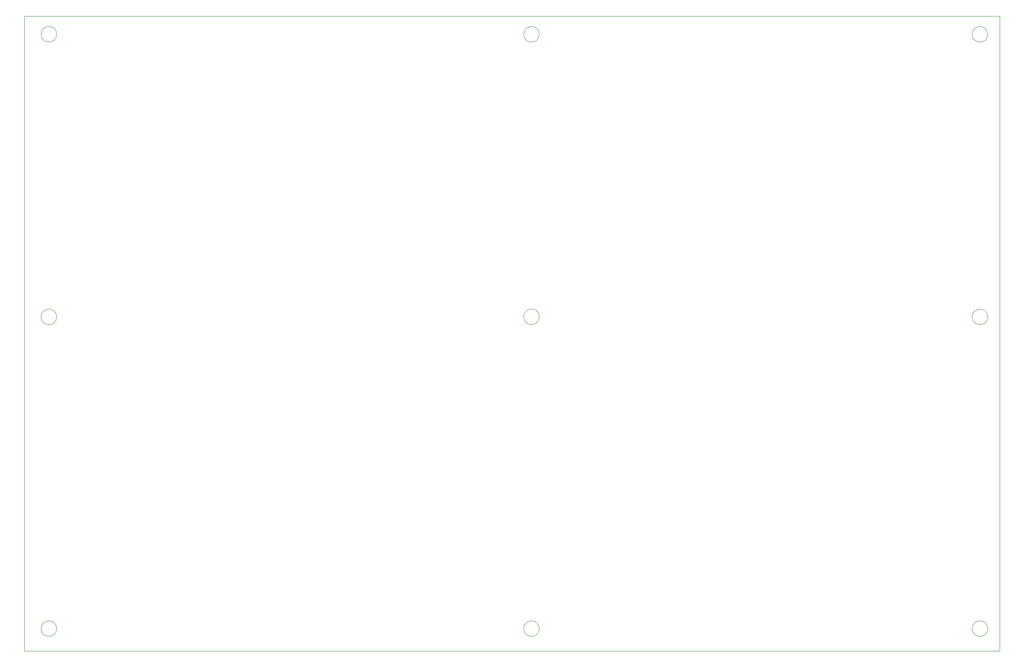
<source format=gm1>
%TF.GenerationSoftware,KiCad,Pcbnew,8.0.8*%
%TF.CreationDate,2025-04-29T10:44:01+09:00*%
%TF.ProjectId,mainBorad_R1,6d61696e-426f-4726-9164-5f52312e6b69,rev?*%
%TF.SameCoordinates,Original*%
%TF.FileFunction,Profile,NP*%
%FSLAX46Y46*%
G04 Gerber Fmt 4.6, Leading zero omitted, Abs format (unit mm)*
G04 Created by KiCad (PCBNEW 8.0.8) date 2025-04-29 10:44:01*
%MOMM*%
%LPD*%
G01*
G04 APERTURE LIST*
%TA.AperFunction,Profile*%
%ADD10C,0.050000*%
%TD*%
G04 APERTURE END LIST*
D10*
X30600000Y-82000000D02*
G75*
G02*
X27400000Y-82000000I-1600000J0D01*
G01*
X27400000Y-82000000D02*
G75*
G02*
X30600000Y-82000000I1600000J0D01*
G01*
X221600000Y-146000000D02*
G75*
G02*
X218400000Y-146000000I-1600000J0D01*
G01*
X218400000Y-146000000D02*
G75*
G02*
X221600000Y-146000000I1600000J0D01*
G01*
X221600000Y-24000000D02*
G75*
G02*
X218400000Y-24000000I-1600000J0D01*
G01*
X218400000Y-24000000D02*
G75*
G02*
X221600000Y-24000000I1600000J0D01*
G01*
X129600000Y-24000000D02*
G75*
G02*
X126400000Y-24000000I-1600000J0D01*
G01*
X126400000Y-24000000D02*
G75*
G02*
X129600000Y-24000000I1600000J0D01*
G01*
X24000000Y-20270000D02*
X224000000Y-20270000D01*
X224000000Y-150585000D01*
X24000000Y-150585000D01*
X24000000Y-20270000D01*
X129600000Y-146000000D02*
G75*
G02*
X126400000Y-146000000I-1600000J0D01*
G01*
X126400000Y-146000000D02*
G75*
G02*
X129600000Y-146000000I1600000J0D01*
G01*
X30600000Y-24000000D02*
G75*
G02*
X27400000Y-24000000I-1600000J0D01*
G01*
X27400000Y-24000000D02*
G75*
G02*
X30600000Y-24000000I1600000J0D01*
G01*
X221600000Y-82000000D02*
G75*
G02*
X218400000Y-82000000I-1600000J0D01*
G01*
X218400000Y-82000000D02*
G75*
G02*
X221600000Y-82000000I1600000J0D01*
G01*
X129600000Y-82000000D02*
G75*
G02*
X126400000Y-82000000I-1600000J0D01*
G01*
X126400000Y-82000000D02*
G75*
G02*
X129600000Y-82000000I1600000J0D01*
G01*
X30600000Y-146000000D02*
G75*
G02*
X27400000Y-146000000I-1600000J0D01*
G01*
X27400000Y-146000000D02*
G75*
G02*
X30600000Y-146000000I1600000J0D01*
G01*
M02*

</source>
